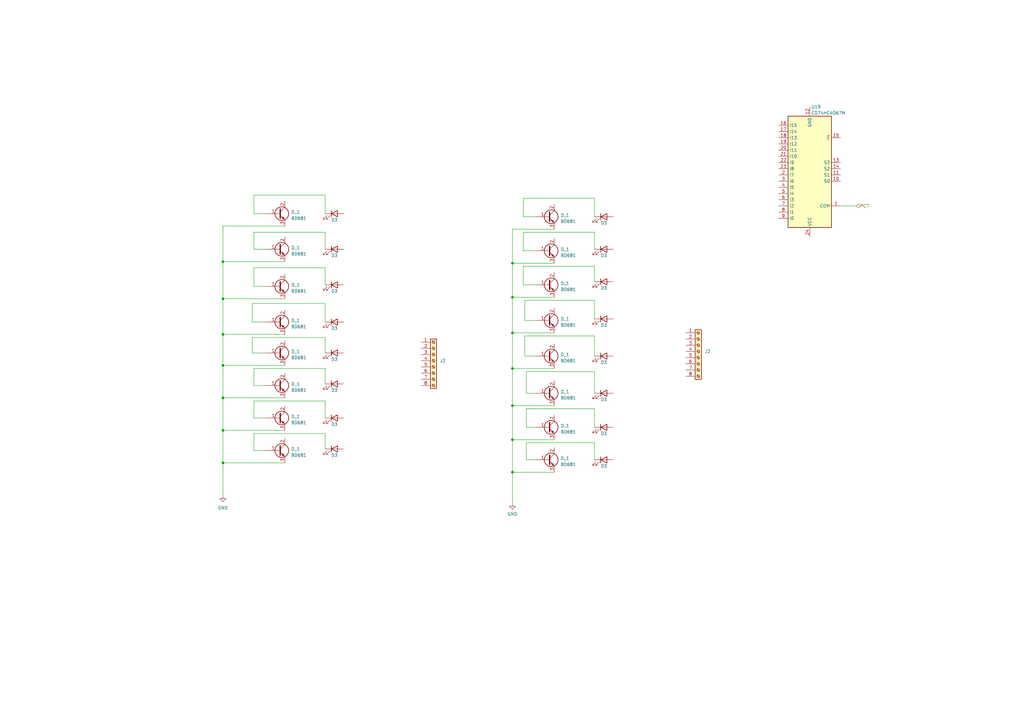
<source format=kicad_sch>
(kicad_sch (version 20230121) (generator eeschema)
  (paper "A3")
  (title_block (date "2023-04-01") (rev "Ahmed Adel") (company "Empironics") (comment 1 "Copy rights reserved by Ahmed Adel"))
  (lib_symbols
    (symbol "74xx:CD74HC4067M"
      (property "Reference" "U" (at -8.89 22.86 0))
      (property "Value" "CD74HC4067M" (at 1.27 22.86 0))
      (symbol "CD74HC4067M_0_1"
        (rectangle (start -8.89 21.59) (end 8.89 -24.13) (stroke (width 0.254)) (fill (type background)))
      )
      (symbol "CD74HC4067M_1_1"
        (pin passive line (at -12.7 12.7 0) (length 3.81) (name "COM") (number "1"))
        (pin input line (at -12.7 2.54 0) (length 3.81) (name "S0") (number "10"))
        (pin input line (at -12.7 0 0) (length 3.81) (name "S1") (number "11"))
        (pin power_in line (at 0 -27.94 90) (length 3.81) (name "GND") (number "12"))
        (pin input line (at -12.7 -5.08 0) (length 3.81) (name "S3") (number "13"))
        (pin input line (at -12.7 -2.54 0) (length 3.81) (name "S2") (number "14"))
        (pin input line (at -12.7 -15.24 0) (length 3.81) (name "~{E}") (number "15"))
        (pin passive line (at 12.7 -20.32 180) (length 3.81) (name "I15") (number "16"))
        (pin passive line (at 12.7 -17.78 180) (length 3.81) (name "I14") (number "17"))
        (pin passive line (at 12.7 -15.24 180) (length 3.81) (name "I13") (number "18"))
        (pin passive line (at 12.7 -12.7 180) (length 3.81) (name "I12") (number "19"))
        (pin passive line (at 12.7 0 180) (length 3.81) (name "I7") (number "2"))
        (pin passive line (at 12.7 -10.16 180) (length 3.81) (name "I11") (number "20"))
        (pin passive line (at 12.7 -7.62 180) (length 3.81) (name "I10") (number "21"))
        (pin passive line (at 12.7 -5.08 180) (length 3.81) (name "I9") (number "22"))
        (pin passive line (at 12.7 -2.54 180) (length 3.81) (name "I8") (number "23"))
        (pin power_in line (at 0 25.4 270) (length 3.81) (name "VCC") (number "24"))
        (pin passive line (at 12.7 2.54 180) (length 3.81) (name "I6") (number "3"))
        (pin passive line (at 12.7 5.08 180) (length 3.81) (name "I5") (number "4"))
        (pin passive line (at 12.7 7.62 180) (length 3.81) (name "I4") (number "5"))
        (pin passive line (at 12.7 10.16 180) (length 3.81) (name "I3") (number "6"))
        (pin passive line (at 12.7 12.7 180) (length 3.81) (name "I2") (number "7"))
        (pin passive line (at 12.7 15.24 180) (length 3.81) (name "I1") (number "8"))
        (pin passive line (at 12.7 17.78 180) (length 3.81) (name "I0") (number "9"))
      )
    )
    (symbol "Connector:Screw_Terminal_01x08" (pin_names (offset 1.016) hide)
      (property "Reference" "J" (at 0 10.16 0))
      (property "Value" "Screw_Terminal_01x08" (at 0 -12.7 0))
      (symbol "Screw_Terminal_01x08_1_1"
        (rectangle (start -1.27 8.89) (end 1.27 -11.43) (stroke (width 0.254)) (fill (type background)))
        (circle (center 0 -10.16) (radius 0.635) (stroke (width 0.1524)))
        (circle (center 0 -7.62) (radius 0.635) (stroke (width 0.1524)))
        (circle (center 0 -5.08) (radius 0.635) (stroke (width 0.1524)))
        (circle (center 0 -2.54) (radius 0.635) (stroke (width 0.1524)))
        (polyline (pts (xy -0.5334 -9.8298) (xy 0.3302 -10.668)) (stroke (width 0.1524)))
        (polyline (pts (xy -0.5334 -7.2898) (xy 0.3302 -8.128)) (stroke (width 0.1524)))
        (polyline (pts (xy -0.5334 -4.7498) (xy 0.3302 -5.588)) (stroke (width 0.1524)))
        (polyline (pts (xy -0.5334 -2.2098) (xy 0.3302 -3.048)) (stroke (width 0.1524)))
        (polyline (pts (xy -0.5334 0.3302) (xy 0.3302 -0.508)) (stroke (width 0.1524)))
        (polyline (pts (xy -0.5334 2.8702) (xy 0.3302 2.032)) (stroke (width 0.1524)))
        (polyline (pts (xy -0.5334 5.4102) (xy 0.3302 4.572)) (stroke (width 0.1524)))
        (polyline (pts (xy -0.5334 7.9502) (xy 0.3302 7.112)) (stroke (width 0.1524)))
        (polyline (pts (xy -0.3556 -9.652) (xy 0.508 -10.4902)) (stroke (width 0.1524)))
        (polyline (pts (xy -0.3556 -7.112) (xy 0.508 -7.9502)) (stroke (width 0.1524)))
        (polyline (pts (xy -0.3556 -4.572) (xy 0.508 -5.4102)) (stroke (width 0.1524)))
        (polyline (pts (xy -0.3556 -2.032) (xy 0.508 -2.8702)) (stroke (width 0.1524)))
        (polyline (pts (xy -0.3556 0.508) (xy 0.508 -0.3302)) (stroke (width 0.1524)))
        (polyline (pts (xy -0.3556 3.048) (xy 0.508 2.2098)) (stroke (width 0.1524)))
        (polyline (pts (xy -0.3556 5.588) (xy 0.508 4.7498)) (stroke (width 0.1524)))
        (polyline (pts (xy -0.3556 8.128) (xy 0.508 7.2898)) (stroke (width 0.1524)))
        (circle (center 0 0) (radius 0.635) (stroke (width 0.1524)))
        (circle (center 0 2.54) (radius 0.635) (stroke (width 0.1524)))
        (circle (center 0 5.08) (radius 0.635) (stroke (width 0.1524)))
        (circle (center 0 7.62) (radius 0.635) (stroke (width 0.1524)))
        (pin passive line (at -5.08 7.62 0) (length 3.81) (name "Pin_1") (number "1"))
        (pin passive line (at -5.08 5.08 0) (length 3.81) (name "Pin_2") (number "2"))
        (pin passive line (at -5.08 2.54 0) (length 3.81) (name "Pin_3") (number "3"))
        (pin passive line (at -5.08 0 0) (length 3.81) (name "Pin_4") (number "4"))
        (pin passive line (at -5.08 -2.54 0) (length 3.81) (name "Pin_5") (number "5"))
        (pin passive line (at -5.08 -5.08 0) (length 3.81) (name "Pin_6") (number "6"))
        (pin passive line (at -5.08 -7.62 0) (length 3.81) (name "Pin_7") (number "7"))
        (pin passive line (at -5.08 -10.16 0) (length 3.81) (name "Pin_8") (number "8"))
      )
    )
    (symbol "Device:LED" (pin_numbers hide) (pin_names (offset 1.016) hide)
      (property "Reference" "D" (at 0 2.54 0))
      (property "Value" "LED" (at 0 -2.54 0))
      (symbol "LED_0_1"
        (polyline (pts (xy -1.27 -1.27) (xy -1.27 1.27)) (stroke (width 0.254)))
        (polyline (pts (xy -1.27 0) (xy 1.27 0)))
        (polyline (pts (xy 1.27 -1.27) (xy 1.27 1.27) (xy -1.27 0) (xy 1.27 -1.27)) (stroke (width 0.254)))
        (polyline (pts (xy -3.048 -0.762) (xy -4.572 -2.286) (xy -3.81 -2.286) (xy -4.572 -2.286) (xy -4.572 -1.524)))
        (polyline (pts (xy -1.778 -0.762) (xy -3.302 -2.286) (xy -2.54 -2.286) (xy -3.302 -2.286) (xy -3.302 -1.524)))
      )
      (symbol "LED_1_1"
        (pin passive line (at -3.81 0 0) (length 2.54) (name "K") (number "1"))
        (pin passive line (at 3.81 0 180) (length 2.54) (name "A") (number "2"))
      )
    )
    (symbol "Transistor_BJT:BD912" (pin_names (offset 0) hide)
      (property "Reference" "Q" (at 6.35 1.905 0))
      (property "Value" "BD912" (at 6.35 0 0))
      (symbol "BD912_0_1"
        (polyline (pts (xy 0.635 0.635) (xy 2.54 2.54)))
        (polyline (pts (xy 0.635 -0.635) (xy 2.54 -2.54) (xy 2.54 -2.54)))
        (polyline (pts (xy 0.635 1.905) (xy 0.635 -1.905) (xy 0.635 -1.905)) (stroke (width 0.508)))
        (polyline (pts (xy 2.286 -1.778) (xy 1.778 -2.286) (xy 1.27 -1.27) (xy 2.286 -1.778) (xy 2.286 -1.778)) (fill (type outline)))
        (circle (center 1.27 0) (radius 2.8194) (stroke (width 0.254)))
      )
      (symbol "BD912_1_1"
        (pin input line (at -5.08 0 0) (length 5.715) (name "B") (number "1"))
        (pin passive line (at 2.54 5.08 270) (length 2.54) (name "C") (number "2"))
        (pin passive line (at 2.54 -5.08 90) (length 2.54) (name "E") (number "3"))
      )
    )
    (symbol "power:GND" (power) (pin_names (offset 0))
      (property "Value" "GND" (at 0 -3.81 0))
      (symbol "GND_0_1"
        (polyline (pts (xy 0 0) (xy 0 -1.27) (xy 1.27 -1.27) (xy 0 -2.54) (xy -1.27 -1.27) (xy 0 -1.27)))
      )
      (symbol "GND_1_1"
        (pin power_in line (at 0 0 270) (length 0) hide (name "GND") (number "1"))
      )
    )
  )
  (junction (at 210.185 136.525))
  (junction (at 210.185 166.37))
  (junction (at 210.185 121.92))
  (junction (at 210.185 151.13))
  (junction (at 210.185 107.95))
  (junction (at 91.44 149.86))
  (junction (at 91.44 122.555))
  (junction (at 91.44 176.53))
  (junction (at 91.44 163.195))
  (junction (at 210.185 180.34))
  (junction (at 91.44 137.16))
  (junction (at 91.44 189.865))
  (junction (at 91.44 107.315))
  (junction (at 210.185 193.675))
  (wire (pts (xy 103.505 132.08) (xy 109.22 132.08)))
  (wire (pts (xy 210.185 193.675) (xy 210.185 206.375)))
  (wire (pts (xy 215.9 181.61) (xy 215.9 188.595)))
  (wire (pts (xy 103.505 144.78) (xy 109.22 144.78)))
  (wire (pts (xy 227.33 121.92) (xy 210.185 121.92)))
  (wire (pts (xy 91.44 149.86) (xy 91.44 163.195)))
  (wire (pts (xy 91.44 107.315) (xy 91.44 122.555)))
  (wire (pts (xy 116.84 107.315) (xy 91.44 107.315)))
  (wire (pts (xy 116.84 176.53) (xy 91.44 176.53)))
  (wire (pts (xy 133.35 184.15) (xy 133.35 177.8)))
  (wire (pts (xy 104.14 109.855) (xy 104.14 117.475)))
  (wire (pts (xy 227.33 107.95) (xy 210.185 107.95)))
  (wire (pts (xy 215.9 167.64) (xy 215.9 175.26)))
  (wire (pts (xy 133.35 144.78) (xy 133.35 138.43)))
  (wire (pts (xy 133.35 109.855) (xy 104.14 109.855)))
  (wire (pts (xy 215.265 146.05) (xy 219.71 146.05)))
  (wire (pts (xy 103.505 124.46) (xy 103.505 132.08)))
  (wire (pts (xy 243.84 81.28) (xy 214.63 81.28)))
  (wire (pts (xy 133.35 95.25) (xy 104.14 95.25)))
  (wire (pts (xy 133.35 80.01) (xy 133.35 87.63)))
  (wire (pts (xy 227.33 166.37) (xy 210.185 166.37)))
  (wire (pts (xy 243.84 146.05) (xy 243.84 137.795)))
  (wire (pts (xy 116.84 92.71) (xy 91.44 92.71)))
  (wire (pts (xy 109.22 87.63) (xy 104.14 87.63)))
  (wire (pts (xy 91.44 176.53) (xy 91.44 189.865)))
  (wire (pts (xy 104.14 95.25) (xy 104.14 102.235)))
  (wire (pts (xy 214.63 81.28) (xy 214.63 88.9)))
  (wire (pts (xy 210.185 151.13) (xy 210.185 166.37)))
  (wire (pts (xy 243.84 188.595) (xy 243.84 181.61)))
  (wire (pts (xy 104.14 102.235) (xy 109.22 102.235)))
  (wire (pts (xy 91.44 163.195) (xy 91.44 176.53)))
  (wire (pts (xy 243.84 161.29) (xy 243.84 152.4)))
  (wire (pts (xy 91.44 92.71) (xy 91.44 107.315)))
  (wire (pts (xy 243.84 115.57) (xy 243.84 109.22)))
  (wire (pts (xy 104.14 151.13) (xy 104.14 158.115)))
  (wire (pts (xy 133.35 171.45) (xy 133.35 164.465)))
  (wire (pts (xy 133.35 164.465) (xy 104.14 164.465)))
  (wire (pts (xy 214.63 102.87) (xy 219.71 102.87)))
  (wire (pts (xy 133.35 132.08) (xy 133.35 124.46)))
  (wire (pts (xy 210.185 93.98) (xy 210.185 107.95)))
  (wire (pts (xy 215.9 161.29) (xy 219.71 161.29)))
  (wire (pts (xy 133.35 138.43) (xy 103.505 138.43)))
  (wire (pts (xy 215.265 123.19) (xy 215.265 131.445)))
  (wire (pts (xy 91.44 122.555) (xy 91.44 137.16)))
  (wire (pts (xy 243.84 175.26) (xy 243.84 167.64)))
  (wire (pts (xy 104.14 184.785) (xy 109.22 184.785)))
  (wire (pts (xy 133.35 102.235) (xy 133.35 95.25)))
  (wire (pts (xy 215.9 175.26) (xy 219.71 175.26)))
  (wire (pts (xy 243.84 130.81) (xy 243.84 123.19)))
  (wire (pts (xy 214.63 88.9) (xy 219.71 88.9)))
  (wire (pts (xy 243.84 152.4) (xy 215.9 152.4)))
  (wire (pts (xy 215.265 137.795) (xy 215.265 146.05)))
  (wire (pts (xy 104.14 80.01) (xy 133.35 80.01)))
  (wire (pts (xy 227.33 136.525) (xy 210.185 136.525)))
  (wire (pts (xy 116.84 137.16) (xy 91.44 137.16)))
  (wire (pts (xy 227.33 151.13) (xy 210.185 151.13)))
  (wire (pts (xy 214.63 116.84) (xy 219.71 116.84)))
  (wire (pts (xy 243.84 102.235) (xy 243.84 95.25)))
  (wire (pts (xy 104.14 177.8) (xy 104.14 184.785)))
  (wire (pts (xy 227.33 180.34) (xy 210.185 180.34)))
  (wire (pts (xy 104.14 171.45) (xy 109.22 171.45)))
  (wire (pts (xy 116.84 163.195) (xy 91.44 163.195)))
  (wire (pts (xy 243.84 167.64) (xy 215.9 167.64)))
  (wire (pts (xy 104.14 117.475) (xy 109.22 117.475)))
  (wire (pts (xy 344.805 84.455) (xy 351.155 84.455)))
  (wire (pts (xy 104.14 164.465) (xy 104.14 171.45)))
  (wire (pts (xy 116.84 189.865) (xy 91.44 189.865)))
  (wire (pts (xy 104.14 87.63) (xy 104.14 80.01)))
  (wire (pts (xy 133.35 177.8) (xy 104.14 177.8)))
  (wire (pts (xy 215.9 188.595) (xy 219.71 188.595)))
  (wire (pts (xy 243.84 137.795) (xy 215.265 137.795)))
  (wire (pts (xy 215.265 131.445) (xy 219.71 131.445)))
  (wire (pts (xy 116.84 122.555) (xy 91.44 122.555)))
  (wire (pts (xy 243.84 88.9) (xy 243.84 81.28)))
  (wire (pts (xy 133.35 151.13) (xy 104.14 151.13)))
  (wire (pts (xy 243.84 95.25) (xy 214.63 95.25)))
  (wire (pts (xy 214.63 109.22) (xy 214.63 116.84)))
  (wire (pts (xy 133.35 157.48) (xy 133.35 151.13)))
  (wire (pts (xy 243.84 109.22) (xy 214.63 109.22)))
  (wire (pts (xy 91.44 189.865) (xy 91.44 203.2)))
  (wire (pts (xy 210.185 121.92) (xy 210.185 136.525)))
  (wire (pts (xy 104.14 158.115) (xy 109.22 158.115)))
  (wire (pts (xy 227.33 93.98) (xy 210.185 93.98)))
  (wire (pts (xy 210.185 107.95) (xy 210.185 121.92)))
  (wire (pts (xy 133.35 124.46) (xy 103.505 124.46)))
  (wire (pts (xy 214.63 95.25) (xy 214.63 102.87)))
  (wire (pts (xy 116.84 149.86) (xy 91.44 149.86)))
  (wire (pts (xy 243.84 123.19) (xy 215.265 123.19)))
  (wire (pts (xy 103.505 138.43) (xy 103.505 144.78)))
  (wire (pts (xy 210.185 166.37) (xy 210.185 180.34)))
  (wire (pts (xy 210.185 180.34) (xy 210.185 193.675)))
  (wire (pts (xy 133.35 116.84) (xy 133.35 109.855)))
  (wire (pts (xy 91.44 137.16) (xy 91.44 149.86)))
  (wire (pts (xy 227.33 193.675) (xy 210.185 193.675)))
  (wire (pts (xy 210.185 136.525) (xy 210.185 151.13)))
  (wire (pts (xy 215.9 152.4) (xy 215.9 161.29)))
  (wire (pts (xy 243.84 181.61) (xy 215.9 181.61)))
  (hierarchical_label "PC7" (shape input) (at 351.155 84.455 0))
  (symbol (lib_id "Device:LED") (at 137.16 87.63 0) (unit 1)
    (property "Reference" "D3" (at 137.16 90.17 0))
    (property "Value" "LED" (effects hide))
    (property "Footprint" "LED_THT:LED_D3.0mm" (effects hide))
    (instances (project "Fajr_Basic_v2.0" (path "" (reference "D3") (unit 1)) (path "" (reference "D20") (unit 1))))
  )
  (symbol (lib_id "Device:LED") (at 137.16 157.48 0) (unit 1)
    (property "Reference" "D3" (at 137.16 160.02 0))
    (property "Value" "LED" (effects hide))
    (property "Footprint" "LED_THT:LED_D3.0mm" (effects hide))
    (instances (project "Fajr_Basic_v2.0" (path "" (reference "D3") (unit 1)) (path "" (reference "D25") (unit 1))))
  )
  (symbol (lib_id "Device:LED") (at 137.16 132.08 0) (unit 1)
    (property "Reference" "D3" (at 137.16 134.62 0))
    (property "Value" "LED" (effects hide))
    (property "Footprint" "LED_THT:LED_D3.0mm" (effects hide))
    (instances (project "Fajr_Basic_v2.0" (path "" (reference "D3") (unit 1)) (path "" (reference "D23") (unit 1))))
  )
  (symbol (lib_id "Transistor_BJT:BD912") (at 224.79 131.445 0) (unit 1)
    (property "Reference" "D_1" (at 229.87 130.81 0) (effects (justify left)))
    (property "Value" "BD681" (at 229.87 133.35 0) (effects (justify left)))
    (property "Footprint" "Package_TO_SOT_THT:TO-220-3_Vertical" (effects hide))
    (property "Datasheet" "http://www.st.com/internet/com/TECHNICAL_RESOURCES/TECHNICAL_LITERATURE/DATASHEET/CD00001277.pdf" (effects hide))
    (instances (project "Fajr_Basic_v2.0" (path "" (reference "D_1") (unit 1)) (path "" (reference "D_6") (unit 1))))
  )
  (symbol (lib_id "Transistor_BJT:BD912") (at 114.3 171.45 0) (unit 1)
    (property "Reference" "D_1" (at 119.38 170.815 0) (effects (justify left)))
    (property "Value" "BD681" (at 119.38 173.355 0) (effects (justify left)))
    (property "Footprint" "Package_TO_SOT_THT:TO-220-3_Vertical" (effects hide))
    (property "Datasheet" "http://www.st.com/internet/com/TECHNICAL_RESOURCES/TECHNICAL_LITERATURE/DATASHEET/CD00001277.pdf" (effects hide))
    (instances (project "Fajr_Basic_v2.0" (path "" (reference "D_1") (unit 1)) (path "" (reference "D_11") (unit 1))))
  )
  (symbol (lib_id "Connector:Screw_Terminal_01x08") (at 177.8 147.955 0) (unit 1)
    (property "Reference" "J2" (at 181.61 147.955 0))
    (property "Value" "Screw_Terminal_01x08" (effects hide))
    (property "Footprint" "Connector_Phoenix_GMSTB:PhoenixContact_GMSTBA_2,5_8-G-7,62_1x08_P7.62mm_Horizontal" (effects hide))
    (instances (project "Fajr_Basic_v2.0" (path "" (reference "J2") (unit 1)) (path "" (reference "J6") (unit 1))))
  )
  (symbol (lib_id "Transistor_BJT:BD912") (at 224.79 88.9 0) (unit 1)
    (property "Reference" "D_1" (at 229.87 88.265 0) (effects (justify left)))
    (property "Value" "BD681" (at 229.87 90.805 0) (effects (justify left)))
    (property "Footprint" "Package_TO_SOT_THT:TO-220-3_Vertical" (effects hide))
    (property "Datasheet" "http://www.st.com/internet/com/TECHNICAL_RESOURCES/TECHNICAL_LITERATURE/DATASHEET/CD00001277.pdf" (effects hide))
    (instances (project "Fajr_Basic_v2.0" (path "" (reference "D_1") (unit 1)) (path "" (reference "D_9") (unit 1))))
  )
  (symbol (lib_id "Transistor_BJT:BD912") (at 114.3 184.785 0) (unit 1)
    (property "Reference" "D_1" (at 119.38 184.15 0) (effects (justify left)))
    (property "Value" "BD681" (at 119.38 186.69 0) (effects (justify left)))
    (property "Footprint" "Package_TO_SOT_THT:TO-220-3_Vertical" (effects hide))
    (property "Datasheet" "http://www.st.com/internet/com/TECHNICAL_RESOURCES/TECHNICAL_LITERATURE/DATASHEET/CD00001277.pdf" (effects hide))
    (instances (project "Fajr_Basic_v2.0" (path "" (reference "D_1") (unit 1)) (path "" (reference "D_10") (unit 1))))
  )
  (symbol (lib_id "Device:LED") (at 247.65 130.81 0) (unit 1)
    (property "Reference" "D3" (at 247.65 133.35 0))
    (property "Value" "LED" (effects hide))
    (property "Footprint" "LED_THT:LED_D3.0mm" (effects hide))
    (instances (project "Fajr_Basic_v2.0" (path "" (reference "D3") (unit 1)) (path "" (reference "D31") (unit 1))))
  )
  (symbol (lib_id "Transistor_BJT:BD912") (at 224.79 188.595 0) (unit 1)
    (property "Reference" "D_1" (at 229.87 187.96 0) (effects (justify left)))
    (property "Value" "BD681" (at 229.87 190.5 0) (effects (justify left)))
    (property "Footprint" "Package_TO_SOT_THT:TO-220-3_Vertical" (effects hide))
    (property "Datasheet" "http://www.st.com/internet/com/TECHNICAL_RESOURCES/TECHNICAL_LITERATURE/DATASHEET/CD00001277.pdf" (effects hide))
    (instances (project "Fajr_Basic_v2.0" (path "" (reference "D_1") (unit 1)) (path "" (reference "D_2") (unit 1))))
  )
  (symbol (lib_id "Device:LED") (at 137.16 144.78 0) (unit 1)
    (property "Reference" "D3" (at 137.16 147.32 0))
    (property "Value" "LED" (effects hide))
    (property "Footprint" "LED_THT:LED_D3.0mm" (effects hide))
    (instances (project "Fajr_Basic_v2.0" (path "" (reference "D3") (unit 1)) (path "" (reference "D24") (unit 1))))
  )
  (symbol (lib_id "Transistor_BJT:BD912") (at 114.3 144.78 0) (unit 1)
    (property "Reference" "D_1" (at 119.38 144.145 0) (effects (justify left)))
    (property "Value" "BD681" (at 119.38 146.685 0) (effects (justify left)))
    (property "Footprint" "Package_TO_SOT_THT:TO-220-3_Vertical" (effects hide))
    (property "Datasheet" "http://www.st.com/internet/com/TECHNICAL_RESOURCES/TECHNICAL_LITERATURE/DATASHEET/CD00001277.pdf" (effects hide))
    (instances (project "Fajr_Basic_v2.0" (path "" (reference "D_1") (unit 1)) (path "" (reference "D_13") (unit 1))))
  )
  (symbol (lib_id "Transistor_BJT:BD912") (at 224.79 116.84 0) (unit 1)
    (property "Reference" "D_1" (at 229.87 116.205 0) (effects (justify left)))
    (property "Value" "BD681" (at 229.87 118.745 0) (effects (justify left)))
    (property "Footprint" "Package_TO_SOT_THT:TO-220-3_Vertical" (effects hide))
    (property "Datasheet" "http://www.st.com/internet/com/TECHNICAL_RESOURCES/TECHNICAL_LITERATURE/DATASHEET/CD00001277.pdf" (effects hide))
    (instances (project "Fajr_Basic_v2.0" (path "" (reference "D_1") (unit 1)) (path "" (reference "D_7") (unit 1))))
  )
  (symbol (lib_id "74xx:CD74HC4067M") (at 332.105 71.755 180) (unit 1)
    (property "Reference" "U19" (at 332.6891 43.815 0) (effects (justify right)))
    (property "Value" "CD74HC4067M" (at 332.6891 46.355 0) (effects (justify right)))
    (property "Footprint" "Package_SO:SOIC-24W_7.5x15.4mm_P1.27mm" (effects hide))
    (property "Datasheet" "http://www.ti.com/lit/ds/symlink/cd74hc4067.pdf" (effects hide))
    (instances (project "Fajr_Basic_v2.0" (path "" (reference "U19") (unit 1)) (path "" (reference "U22") (unit 1))))
  )
  (symbol (lib_id "Device:LED") (at 137.16 184.15 0) (unit 1)
    (property "Reference" "D3" (at 137.16 186.69 0))
    (property "Value" "LED" (effects hide))
    (property "Footprint" "LED_THT:LED_D3.0mm" (effects hide))
    (instances (project "Fajr_Basic_v2.0" (path "" (reference "D3") (unit 1)) (path "" (reference "D27") (unit 1))))
  )
  (symbol (lib_id "Device:LED") (at 247.65 175.26 0) (unit 1)
    (property "Reference" "D3" (at 247.65 177.8 0))
    (property "Value" "LED" (effects hide))
    (property "Footprint" "LED_THT:LED_D3.0mm" (effects hide))
    (instances (project "Fajr_Basic_v2.0" (path "" (reference "D3") (unit 1)) (path "" (reference "D34") (unit 1))))
  )
  (symbol (lib_id "Connector:Screw_Terminal_01x08") (at 286.385 144.145 0) (unit 1)
    (property "Reference" "J2" (at 290.195 144.145 0))
    (property "Value" "Screw_Terminal_01x08" (effects hide))
    (property "Footprint" "Connector_Phoenix_GMSTB:PhoenixContact_GMSTBA_2,5_8-G-7,62_1x08_P7.62mm_Horizontal" (effects hide))
    (instances (project "Fajr_Basic_v2.0" (path "" (reference "J2") (unit 1)) (path "" (reference "J7") (unit 1))))
  )
  (symbol (lib_id "Transistor_BJT:BD912") (at 224.79 161.29 0) (unit 1)
    (property "Reference" "D_1" (at 229.87 160.655 0) (effects (justify left)))
    (property "Value" "BD681" (at 229.87 163.195 0) (effects (justify left)))
    (property "Footprint" "Package_TO_SOT_THT:TO-220-3_Vertical" (effects hide))
    (property "Datasheet" "http://www.st.com/internet/com/TECHNICAL_RESOURCES/TECHNICAL_LITERATURE/DATASHEET/CD00001277.pdf" (effects hide))
    (instances (project "Fajr_Basic_v2.0" (path "" (reference "D_1") (unit 1)) (path "" (reference "D_4") (unit 1))))
  )
  (symbol (lib_id "Transistor_BJT:BD912") (at 114.3 87.63 0) (unit 1)
    (property "Reference" "D_1" (at 119.38 86.995 0) (effects (justify left)))
    (property "Value" "BD681" (at 119.38 89.535 0) (effects (justify left)))
    (property "Footprint" "Package_TO_SOT_THT:TO-220-3_Vertical" (effects hide))
    (property "Datasheet" "http://www.st.com/internet/com/TECHNICAL_RESOURCES/TECHNICAL_LITERATURE/DATASHEET/CD00001277.pdf" (effects hide))
    (instances (project "Fajr_Basic_v2.0" (path "" (reference "D_1") (unit 1)) (path "" (reference "D_17") (unit 1))))
  )
  (symbol (lib_id "Device:LED") (at 247.65 146.05 0) (unit 1)
    (property "Reference" "D3" (at 247.65 148.59 0))
    (property "Value" "LED" (effects hide))
    (property "Footprint" "LED_THT:LED_D3.0mm" (effects hide))
    (instances (project "Fajr_Basic_v2.0" (path "" (reference "D3") (unit 1)) (path "" (reference "D32") (unit 1))))
  )
  (symbol (lib_id "Transistor_BJT:BD912") (at 114.3 102.235 0) (unit 1)
    (property "Reference" "D_1" (at 119.38 101.6 0) (effects (justify left)))
    (property "Value" "BD681" (at 119.38 104.14 0) (effects (justify left)))
    (property "Footprint" "Package_TO_SOT_THT:TO-220-3_Vertical" (effects hide))
    (property "Datasheet" "http://www.st.com/internet/com/TECHNICAL_RESOURCES/TECHNICAL_LITERATURE/DATASHEET/CD00001277.pdf" (effects hide))
    (instances (project "Fajr_Basic_v2.0" (path "" (reference "D_1") (unit 1)) (path "" (reference "D_16") (unit 1))))
  )
  (symbol (lib_id "Device:LED") (at 247.65 115.57 0) (unit 1)
    (property "Reference" "D3" (at 247.65 118.11 0))
    (property "Value" "LED" (effects hide))
    (property "Footprint" "LED_THT:LED_D3.0mm" (effects hide))
    (instances (project "Fajr_Basic_v2.0" (path "" (reference "D3") (unit 1)) (path "" (reference "D30") (unit 1))))
  )
  (symbol (lib_id "Device:LED") (at 247.65 188.595 0) (unit 1)
    (property "Reference" "D3" (at 247.65 191.135 0))
    (property "Value" "LED" (effects hide))
    (property "Footprint" "LED_THT:LED_D3.0mm" (effects hide))
    (instances (project "Fajr_Basic_v2.0" (path "" (reference "D3") (unit 1)) (path "" (reference "D35") (unit 1))))
  )
  (symbol (lib_id "Transistor_BJT:BD912") (at 224.79 146.05 0) (unit 1)
    (property "Reference" "D_1" (at 229.87 145.415 0) (effects (justify left)))
    (property "Value" "BD681" (at 229.87 147.955 0) (effects (justify left)))
    (property "Footprint" "Package_TO_SOT_THT:TO-220-3_Vertical" (effects hide))
    (property "Datasheet" "http://www.st.com/internet/com/TECHNICAL_RESOURCES/TECHNICAL_LITERATURE/DATASHEET/CD00001277.pdf" (effects hide))
    (instances (project "Fajr_Basic_v2.0" (path "" (reference "D_1") (unit 1)) (path "" (reference "D_5") (unit 1))))
  )
  (symbol (lib_id "Transistor_BJT:BD912") (at 224.79 102.87 0) (unit 1)
    (property "Reference" "D_1" (at 229.87 102.235 0) (effects (justify left)))
    (property "Value" "BD681" (at 229.87 104.775 0) (effects (justify left)))
    (property "Footprint" "Package_TO_SOT_THT:TO-220-3_Vertical" (effects hide))
    (property "Datasheet" "http://www.st.com/internet/com/TECHNICAL_RESOURCES/TECHNICAL_LITERATURE/DATASHEET/CD00001277.pdf" (effects hide))
    (instances (project "Fajr_Basic_v2.0" (path "" (reference "D_1") (unit 1)) (path "" (reference "D_8") (unit 1))))
  )
  (symbol (lib_id "power:GND") (at 210.185 206.375 0) (unit 1)
    (property "Reference" "#PWR06" (effects hide))
    (property "Value" "GND" (at 210.185 210.82 0))
  )
  (symbol (lib_id "Device:LED") (at 137.16 102.235 0) (unit 1)
    (property "Reference" "D3" (at 137.16 104.775 0))
    (property "Value" "LED" (effects hide))
    (property "Footprint" "LED_THT:LED_D3.0mm" (effects hide))
    (instances (project "Fajr_Basic_v2.0" (path "" (reference "D3") (unit 1)) (path "" (reference "D21") (unit 1))))
  )
  (symbol (lib_id "Transistor_BJT:BD912") (at 114.3 158.115 0) (unit 1)
    (property "Reference" "D_1" (at 119.38 157.48 0) (effects (justify left)))
    (property "Value" "BD681" (at 119.38 160.02 0) (effects (justify left)))
    (property "Footprint" "Package_TO_SOT_THT:TO-220-3_Vertical" (effects hide))
    (property "Datasheet" "http://www.st.com/internet/com/TECHNICAL_RESOURCES/TECHNICAL_LITERATURE/DATASHEET/CD00001277.pdf" (effects hide))
    (instances (project "Fajr_Basic_v2.0" (path "" (reference "D_1") (unit 1)) (path "" (reference "D_12") (unit 1))))
  )
  (symbol (lib_id "Device:LED") (at 247.65 102.235 0) (unit 1)
    (property "Reference" "D3" (at 247.65 104.775 0))
    (property "Value" "LED" (effects hide))
    (property "Footprint" "LED_THT:LED_D3.0mm" (effects hide))
    (instances (project "Fajr_Basic_v2.0" (path "" (reference "D3") (unit 1)) (path "" (reference "D29") (unit 1))))
  )
  (symbol (lib_id "Device:LED") (at 247.65 88.9 0) (unit 1)
    (property "Reference" "D3" (at 247.65 91.44 0))
    (property "Value" "LED" (effects hide))
    (property "Footprint" "LED_THT:LED_D3.0mm" (effects hide))
    (instances (project "Fajr_Basic_v2.0" (path "" (reference "D3") (unit 1)) (path "" (reference "D28") (unit 1))))
  )
  (symbol (lib_id "power:GND") (at 91.44 203.2 0) (unit 1)
    (property "Reference" "#PWR05" (effects hide))
    (property "Value" "GND" (at 91.44 208.28 0))
  )
  (symbol (lib_id "Device:LED") (at 247.65 161.29 0) (unit 1)
    (property "Reference" "D3" (at 247.65 163.83 0))
    (property "Value" "LED" (effects hide))
    (property "Footprint" "LED_THT:LED_D3.0mm" (effects hide))
    (instances (project "Fajr_Basic_v2.0" (path "" (reference "D3") (unit 1)) (path "" (reference "D33") (unit 1))))
  )
  (symbol (lib_id "Transistor_BJT:BD912") (at 114.3 117.475 0) (unit 1)
    (property "Reference" "D_1" (at 119.38 116.84 0) (effects (justify left)))
    (property "Value" "BD681" (at 119.38 119.38 0) (effects (justify left)))
    (property "Footprint" "Package_TO_SOT_THT:TO-220-3_Vertical" (effects hide))
    (property "Datasheet" "http://www.st.com/internet/com/TECHNICAL_RESOURCES/TECHNICAL_LITERATURE/DATASHEET/CD00001277.pdf" (effects hide))
    (instances (project "Fajr_Basic_v2.0" (path "" (reference "D_1") (unit 1)) (path "" (reference "D_15") (unit 1))))
  )
  (symbol (lib_id "Transistor_BJT:BD912") (at 224.79 175.26 0) (unit 1)
    (property "Reference" "D_1" (at 229.87 174.625 0) (effects (justify left)))
    (property "Value" "BD681" (at 229.87 177.165 0) (effects (justify left)))
    (property "Footprint" "Package_TO_SOT_THT:TO-220-3_Vertical" (effects hide))
    (property "Datasheet" "http://www.st.com/internet/com/TECHNICAL_RESOURCES/TECHNICAL_LITERATURE/DATASHEET/CD00001277.pdf" (effects hide))
    (instances (project "Fajr_Basic_v2.0" (path "" (reference "D_1") (unit 1)) (path "" (reference "D_3") (unit 1))))
  )
  (symbol (lib_id "Device:LED") (at 137.16 116.84 0) (unit 1)
    (property "Reference" "D3" (at 137.16 119.38 0))
    (property "Value" "LED" (effects hide))
    (property "Footprint" "LED_THT:LED_D3.0mm" (effects hide))
    (instances (project "Fajr_Basic_v2.0" (path "" (reference "D3") (unit 1)) (path "" (reference "D22") (unit 1))))
  )
  (symbol (lib_id "Transistor_BJT:BD912") (at 114.3 132.08 0) (unit 1)
    (property "Reference" "D_1" (at 119.38 131.445 0) (effects (justify left)))
    (property "Value" "BD681" (at 119.38 133.985 0) (effects (justify left)))
    (property "Footprint" "Package_TO_SOT_THT:TO-220-3_Vertical" (effects hide))
    (property "Datasheet" "http://www.st.com/internet/com/TECHNICAL_RESOURCES/TECHNICAL_LITERATURE/DATASHEET/CD00001277.pdf" (effects hide))
    (instances (project "Fajr_Basic_v2.0" (path "" (reference "D_1") (unit 1)) (path "" (reference "D_14") (unit 1))))
  )
  (symbol (lib_id "Device:LED") (at 137.16 171.45 0) (unit 1)
    (property "Reference" "D3" (at 137.16 173.99 0))
    (property "Value" "LED" (effects hide))
    (property "Footprint" "LED_THT:LED_D3.0mm" (effects hide))
    (instances (project "Fajr_Basic_v2.0" (path "" (reference "D3") (unit 1)) (path "" (reference "D26") (unit 1))))
  )
)
</source>
